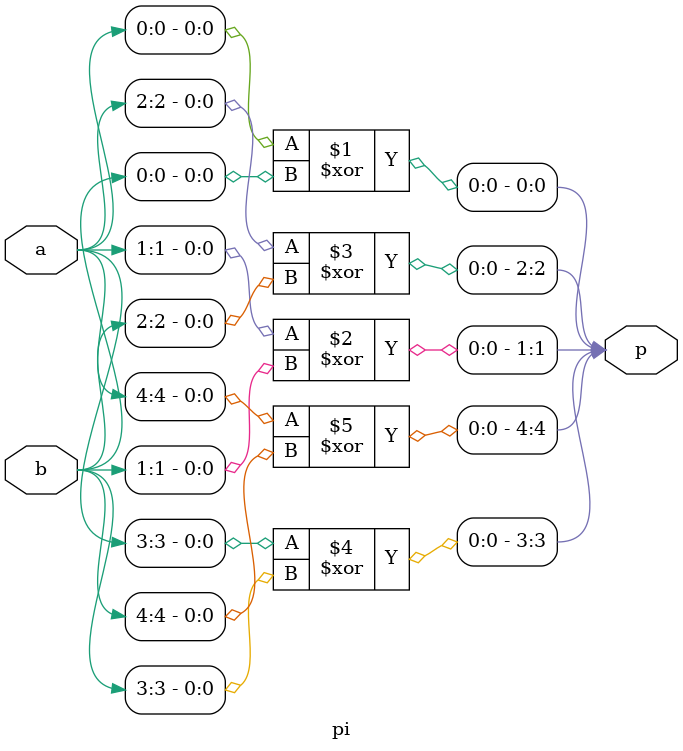
<source format=v>
module pi (
    input  wire [4:0] a,
    input  wire [4:0] b,
    output wire [4:0] p
);
    // P_i = A_i XOR B_i
    assign p[0] = a[0] ^ b[0];
    assign p[1] = a[1] ^ b[1];
    assign p[2] = a[2] ^ b[2];
    assign p[3] = a[3] ^ b[3];
    assign p[4] = a[4] ^ b[4];
endmodule
</source>
